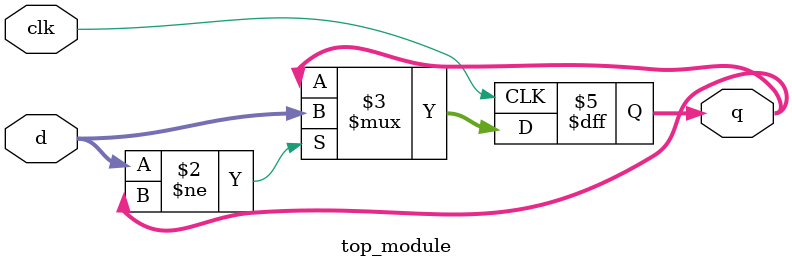
<source format=sv>
module top_module(
    input clk,
    input [7:0] d,
    output reg [7:0] q);

    always @(posedge clk) begin
        if (d != q) begin
            q <= d;
        end
    end

endmodule

</source>
